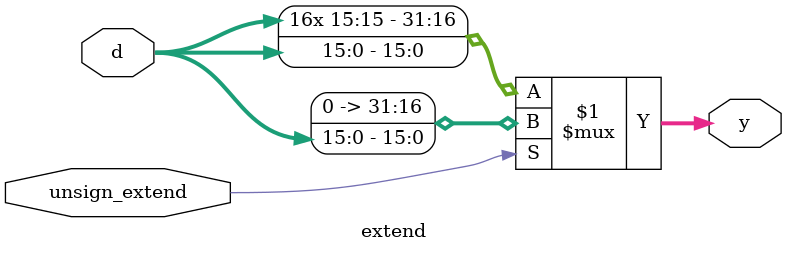
<source format=v>
module extend(
	input wire unsign_extend,
	input wire[15:0] d,
	output wire[31:0] y
    );
	
	assign y = (unsign_extend)?{16'b0, d}:{{16{d[15]}}, d};
endmodule
</source>
